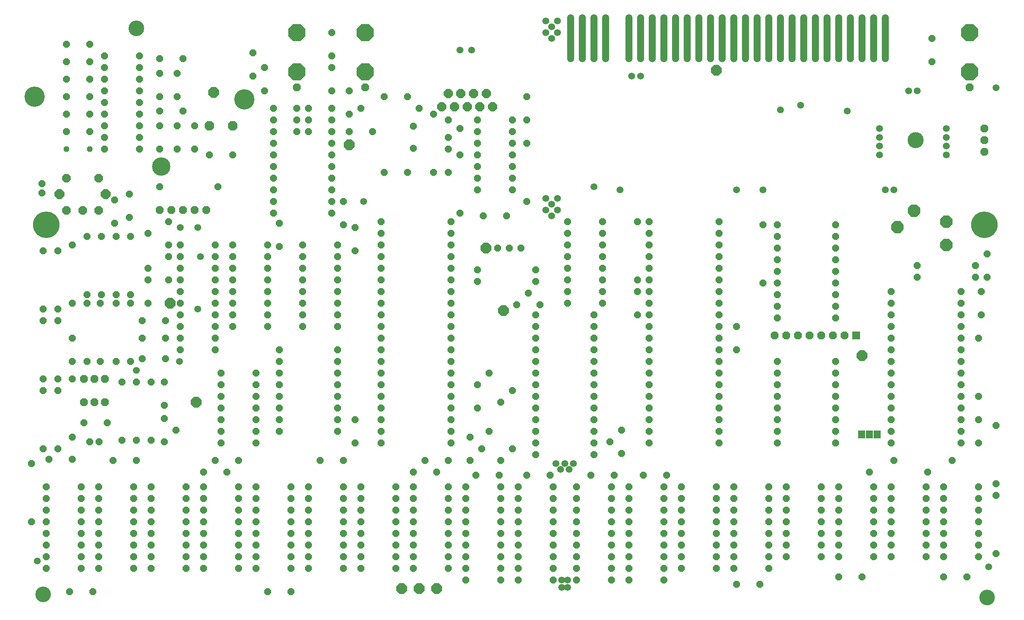
<source format=gts>
G75*
%MOIN*%
%OFA0B0*%
%FSLAX25Y25*%
%IPPOS*%
%LPD*%
%AMOC8*
5,1,8,0,0,1.08239X$1,22.5*
%
%ADD10C,0.13398*%
%ADD11C,0.22800*%
%ADD12C,0.05918*%
%ADD13OC8,0.10800*%
%ADD14OC8,0.06000*%
%ADD15C,0.02160*%
%ADD16OC8,0.08300*%
%ADD17OC8,0.04769*%
%ADD18OC8,0.06800*%
%ADD19C,0.13800*%
%ADD20OC8,0.07296*%
%ADD21OC8,0.08477*%
%ADD22OC8,0.07850*%
%ADD23OC8,0.06737*%
%ADD24R,0.06737X0.06737*%
%ADD25OC8,0.09300*%
%ADD26C,0.05220*%
%ADD27OC8,0.14643*%
%ADD28R,0.05918X0.06706*%
%ADD29C,0.05950*%
%ADD30C,0.17398*%
%ADD31C,0.13461*%
%ADD32C,0.15824*%
D10*
X0032600Y0027600D03*
X0842600Y0025100D03*
D11*
X0840100Y0345100D03*
X0035100Y0345100D03*
D12*
X0027600Y0056350D03*
X0850100Y0462600D03*
D13*
X0807600Y0347600D03*
X0807600Y0327600D03*
D14*
X0782600Y0310100D03*
X0782600Y0300100D03*
X0760100Y0287600D03*
X0760100Y0277600D03*
X0760100Y0267600D03*
X0760100Y0257600D03*
X0760100Y0247600D03*
X0760100Y0237600D03*
X0760100Y0227600D03*
X0760100Y0217600D03*
X0760100Y0207600D03*
X0760100Y0197600D03*
X0760100Y0187600D03*
X0760100Y0177600D03*
X0760100Y0167600D03*
X0760100Y0157600D03*
X0762600Y0142600D03*
X0741350Y0132600D03*
X0745100Y0120100D03*
X0745100Y0110100D03*
X0745100Y0100100D03*
X0745100Y0090100D03*
X0745100Y0080100D03*
X0745100Y0070100D03*
X0745100Y0060100D03*
X0760100Y0060100D03*
X0760100Y0070100D03*
X0760100Y0080100D03*
X0760100Y0090100D03*
X0760100Y0100100D03*
X0760100Y0110100D03*
X0760100Y0120100D03*
X0790100Y0120100D03*
X0790100Y0110100D03*
X0790100Y0100100D03*
X0790100Y0090100D03*
X0790100Y0080100D03*
X0790100Y0070100D03*
X0790100Y0060100D03*
X0805100Y0060100D03*
X0805100Y0070100D03*
X0805100Y0080100D03*
X0805100Y0090100D03*
X0805100Y0100100D03*
X0805100Y0110100D03*
X0805100Y0120100D03*
X0791350Y0132600D03*
X0812600Y0142600D03*
X0820100Y0157600D03*
X0820100Y0167600D03*
X0820100Y0177600D03*
X0820100Y0187600D03*
X0820100Y0197600D03*
X0820100Y0207600D03*
X0820100Y0217600D03*
X0820100Y0227600D03*
X0820100Y0237600D03*
X0820100Y0247600D03*
X0820100Y0257600D03*
X0820100Y0267600D03*
X0820100Y0277600D03*
X0820100Y0287600D03*
X0837600Y0287600D03*
X0832600Y0300100D03*
X0842600Y0300100D03*
X0832600Y0310100D03*
X0842600Y0320100D03*
X0837600Y0267600D03*
X0835100Y0247600D03*
X0835100Y0197600D03*
X0835100Y0177600D03*
X0850100Y0172600D03*
X0835100Y0157600D03*
X0835100Y0120100D03*
X0835100Y0110100D03*
X0835100Y0100100D03*
X0835100Y0090100D03*
X0835100Y0080100D03*
X0835100Y0070100D03*
X0835100Y0060100D03*
X0850100Y0062600D03*
X0825100Y0042600D03*
X0805100Y0042600D03*
X0735100Y0042600D03*
X0715100Y0042600D03*
X0715100Y0060100D03*
X0715100Y0070100D03*
X0700100Y0070100D03*
X0700100Y0060100D03*
X0700100Y0080100D03*
X0715100Y0080100D03*
X0715100Y0090100D03*
X0700100Y0090100D03*
X0700100Y0100100D03*
X0715100Y0100100D03*
X0715100Y0110100D03*
X0700100Y0110100D03*
X0700100Y0120100D03*
X0715100Y0120100D03*
X0670100Y0120100D03*
X0655100Y0120100D03*
X0655100Y0110100D03*
X0670100Y0110100D03*
X0670100Y0100100D03*
X0655100Y0100100D03*
X0655100Y0090100D03*
X0670100Y0090100D03*
X0670100Y0080100D03*
X0655100Y0080100D03*
X0655100Y0070100D03*
X0655100Y0060100D03*
X0670100Y0060100D03*
X0670100Y0070100D03*
X0655100Y0050100D03*
X0647600Y0036350D03*
X0627600Y0036350D03*
X0625100Y0050100D03*
X0625100Y0060100D03*
X0625100Y0070100D03*
X0625100Y0080100D03*
X0625100Y0090100D03*
X0625100Y0100100D03*
X0625100Y0110100D03*
X0625100Y0120100D03*
X0610100Y0120100D03*
X0610100Y0110100D03*
X0610100Y0100100D03*
X0610100Y0090100D03*
X0610100Y0080100D03*
X0610100Y0070100D03*
X0610100Y0060100D03*
X0610100Y0050100D03*
X0580100Y0050100D03*
X0580100Y0060100D03*
X0580100Y0070100D03*
X0580100Y0080100D03*
X0580100Y0090100D03*
X0580100Y0100100D03*
X0580100Y0110100D03*
X0580100Y0120100D03*
X0565100Y0120100D03*
X0565100Y0110100D03*
X0565100Y0100100D03*
X0565100Y0090100D03*
X0565100Y0080100D03*
X0565100Y0070100D03*
X0565100Y0060100D03*
X0565100Y0050100D03*
X0565100Y0040100D03*
X0535100Y0040100D03*
X0535100Y0050100D03*
X0535100Y0060100D03*
X0535100Y0070100D03*
X0535100Y0080100D03*
X0535100Y0090100D03*
X0535100Y0100100D03*
X0535100Y0110100D03*
X0535100Y0120100D03*
X0520100Y0120100D03*
X0520100Y0110100D03*
X0520100Y0100100D03*
X0520100Y0090100D03*
X0520100Y0080100D03*
X0520100Y0070100D03*
X0520100Y0060100D03*
X0520100Y0050100D03*
X0520100Y0040100D03*
X0490100Y0040100D03*
X0490100Y0050100D03*
X0490100Y0060100D03*
X0490100Y0070100D03*
X0490100Y0080100D03*
X0490100Y0090100D03*
X0490100Y0100100D03*
X0490100Y0110100D03*
X0490100Y0120100D03*
X0502600Y0130100D03*
X0522600Y0130100D03*
X0528850Y0148850D03*
X0518850Y0158850D03*
X0505100Y0157600D03*
X0505100Y0147600D03*
X0505100Y0167600D03*
X0505100Y0177600D03*
X0505100Y0187600D03*
X0505100Y0197600D03*
X0505100Y0207600D03*
X0505100Y0217600D03*
X0505100Y0227600D03*
X0505100Y0237600D03*
X0505100Y0247600D03*
X0505100Y0257600D03*
X0505100Y0267600D03*
X0512600Y0277600D03*
X0512600Y0287600D03*
X0512600Y0297600D03*
X0512600Y0307600D03*
X0512600Y0317600D03*
X0512600Y0327600D03*
X0512600Y0337600D03*
X0512600Y0347600D03*
X0482600Y0347600D03*
X0482600Y0337600D03*
X0482600Y0327600D03*
X0482600Y0317600D03*
X0482600Y0307600D03*
X0482600Y0297600D03*
X0482600Y0287600D03*
X0482600Y0277600D03*
X0458850Y0276350D03*
X0448850Y0286350D03*
X0438850Y0276350D03*
X0455100Y0267600D03*
X0455100Y0257600D03*
X0455100Y0247600D03*
X0455100Y0237600D03*
X0455100Y0227600D03*
X0455100Y0217600D03*
X0455100Y0207600D03*
X0455100Y0197600D03*
X0455100Y0187600D03*
X0455100Y0177600D03*
X0455100Y0167600D03*
X0455100Y0157600D03*
X0455100Y0147600D03*
X0447600Y0130100D03*
X0440100Y0120100D03*
X0440100Y0110100D03*
X0440100Y0100100D03*
X0440100Y0090100D03*
X0440100Y0080100D03*
X0440100Y0070100D03*
X0440100Y0060100D03*
X0440100Y0050100D03*
X0440100Y0040100D03*
X0425100Y0040100D03*
X0425100Y0050100D03*
X0425100Y0060100D03*
X0425100Y0070100D03*
X0425100Y0080100D03*
X0425100Y0090100D03*
X0425100Y0100100D03*
X0425100Y0110100D03*
X0425100Y0120100D03*
X0423850Y0130100D03*
X0425100Y0142600D03*
X0435100Y0152600D03*
X0415100Y0167600D03*
X0398850Y0162600D03*
X0408850Y0152600D03*
X0398850Y0142600D03*
X0403850Y0130100D03*
X0395100Y0120100D03*
X0395100Y0110100D03*
X0395100Y0100100D03*
X0395100Y0090100D03*
X0395100Y0080100D03*
X0395100Y0070100D03*
X0395100Y0060100D03*
X0395100Y0050100D03*
X0395100Y0040100D03*
X0380100Y0050100D03*
X0380100Y0060100D03*
X0380100Y0070100D03*
X0380100Y0080100D03*
X0380100Y0090100D03*
X0380100Y0100100D03*
X0380100Y0110100D03*
X0380100Y0120100D03*
X0370100Y0132600D03*
X0360100Y0142600D03*
X0350100Y0132600D03*
X0350100Y0120100D03*
X0350100Y0110100D03*
X0350100Y0100100D03*
X0350100Y0090100D03*
X0350100Y0080100D03*
X0350100Y0070100D03*
X0350100Y0060100D03*
X0350100Y0050100D03*
X0335100Y0050100D03*
X0335100Y0060100D03*
X0335100Y0070100D03*
X0335100Y0080100D03*
X0335100Y0090100D03*
X0335100Y0100100D03*
X0335100Y0110100D03*
X0335100Y0120100D03*
X0305100Y0120100D03*
X0290100Y0120100D03*
X0290100Y0110100D03*
X0305100Y0110100D03*
X0305100Y0100100D03*
X0290100Y0100100D03*
X0290100Y0090100D03*
X0305100Y0090100D03*
X0305100Y0080100D03*
X0290100Y0080100D03*
X0290100Y0070100D03*
X0290100Y0060100D03*
X0305100Y0060100D03*
X0305100Y0070100D03*
X0305100Y0050100D03*
X0290100Y0050100D03*
X0260100Y0050100D03*
X0245100Y0050100D03*
X0245100Y0060100D03*
X0245100Y0070100D03*
X0260100Y0070100D03*
X0260100Y0060100D03*
X0260100Y0080100D03*
X0245100Y0080100D03*
X0245100Y0090100D03*
X0260100Y0090100D03*
X0260100Y0100100D03*
X0245100Y0100100D03*
X0245100Y0110100D03*
X0260100Y0110100D03*
X0260100Y0120100D03*
X0245100Y0120100D03*
X0215100Y0120100D03*
X0215100Y0110100D03*
X0215100Y0100100D03*
X0215100Y0090100D03*
X0215100Y0080100D03*
X0215100Y0070100D03*
X0215100Y0060100D03*
X0215100Y0050100D03*
X0200100Y0050100D03*
X0200100Y0060100D03*
X0200100Y0070100D03*
X0200100Y0080100D03*
X0200100Y0090100D03*
X0200100Y0100100D03*
X0200100Y0110100D03*
X0200100Y0120100D03*
X0190100Y0132600D03*
X0180100Y0142600D03*
X0170100Y0132600D03*
X0170100Y0120100D03*
X0170100Y0110100D03*
X0170100Y0100100D03*
X0170100Y0090100D03*
X0170100Y0080100D03*
X0170100Y0070100D03*
X0170100Y0060100D03*
X0170100Y0050100D03*
X0155100Y0050100D03*
X0155100Y0060100D03*
X0155100Y0070100D03*
X0155100Y0080100D03*
X0155100Y0090100D03*
X0155100Y0100100D03*
X0155100Y0110100D03*
X0155100Y0120100D03*
X0125100Y0120100D03*
X0125100Y0110100D03*
X0125100Y0100100D03*
X0125100Y0090100D03*
X0125100Y0080100D03*
X0125100Y0070100D03*
X0125100Y0060100D03*
X0125100Y0050100D03*
X0110100Y0050100D03*
X0110100Y0060100D03*
X0110100Y0070100D03*
X0110100Y0080100D03*
X0110100Y0090100D03*
X0110100Y0100100D03*
X0110100Y0110100D03*
X0110100Y0120100D03*
X0080100Y0120100D03*
X0080100Y0110100D03*
X0080100Y0100100D03*
X0080100Y0090100D03*
X0080100Y0080100D03*
X0080100Y0070100D03*
X0080100Y0060100D03*
X0080100Y0050100D03*
X0065100Y0050100D03*
X0065100Y0060100D03*
X0065100Y0070100D03*
X0065100Y0080100D03*
X0065100Y0090100D03*
X0065100Y0100100D03*
X0065100Y0110100D03*
X0065100Y0120100D03*
X0035100Y0120100D03*
X0035100Y0110100D03*
X0035100Y0100100D03*
X0035100Y0090100D03*
X0035100Y0080100D03*
X0035100Y0070100D03*
X0035100Y0060100D03*
X0035100Y0050100D03*
X0055100Y0030100D03*
X0075100Y0030100D03*
X0022600Y0090100D03*
X0022600Y0140100D03*
X0037600Y0143850D03*
X0032600Y0152600D03*
X0045100Y0152600D03*
X0057600Y0143850D03*
X0072350Y0158850D03*
X0080350Y0158850D03*
X0100100Y0160100D03*
X0112600Y0160100D03*
X0125100Y0160100D03*
X0136350Y0158850D03*
X0146350Y0168850D03*
X0136350Y0178850D03*
X0136350Y0190100D03*
X0136350Y0210100D03*
X0125100Y0210100D03*
X0112600Y0210100D03*
X0100100Y0210100D03*
X0095100Y0227600D03*
X0081350Y0227600D03*
X0070100Y0227600D03*
X0057600Y0227600D03*
X0057600Y0212600D03*
X0045100Y0212600D03*
X0045100Y0202600D03*
X0032600Y0202600D03*
X0032600Y0212600D03*
X0057600Y0247600D03*
X0045100Y0262600D03*
X0045100Y0272600D03*
X0057600Y0277600D03*
X0070100Y0277600D03*
X0070100Y0285100D03*
X0082600Y0285100D03*
X0081350Y0277600D03*
X0095100Y0277600D03*
X0095100Y0285100D03*
X0107600Y0285100D03*
X0107600Y0277600D03*
X0122600Y0277600D03*
X0117600Y0262600D03*
X0137600Y0262600D03*
X0150100Y0257600D03*
X0150100Y0247600D03*
X0150100Y0237600D03*
X0137600Y0230100D03*
X0117600Y0230100D03*
X0107600Y0227600D03*
X0117600Y0247600D03*
X0137600Y0247600D03*
X0150100Y0267600D03*
X0150100Y0277600D03*
X0150100Y0287600D03*
X0150100Y0297600D03*
X0150100Y0307600D03*
X0140100Y0297600D03*
X0122600Y0297600D03*
X0122600Y0307600D03*
X0140100Y0317600D03*
X0150100Y0317600D03*
X0150100Y0327600D03*
X0140100Y0327600D03*
X0122600Y0337600D03*
X0107600Y0335100D03*
X0095100Y0335100D03*
X0082600Y0335100D03*
X0070100Y0335100D03*
X0057600Y0327600D03*
X0045100Y0322600D03*
X0032600Y0322600D03*
X0093850Y0346350D03*
X0106350Y0351350D03*
X0093850Y0366350D03*
X0106350Y0371350D03*
X0132600Y0377600D03*
X0140100Y0347600D03*
X0180100Y0327600D03*
X0180100Y0317600D03*
X0180100Y0307600D03*
X0180100Y0297600D03*
X0180100Y0287600D03*
X0180100Y0277600D03*
X0180100Y0267600D03*
X0180100Y0257600D03*
X0180100Y0247600D03*
X0180100Y0237600D03*
X0185100Y0217600D03*
X0185100Y0207600D03*
X0185100Y0197600D03*
X0185100Y0187600D03*
X0185100Y0177600D03*
X0185100Y0167600D03*
X0185100Y0157600D03*
X0200100Y0142600D03*
X0215100Y0157600D03*
X0215100Y0167600D03*
X0215100Y0177600D03*
X0215100Y0187600D03*
X0215100Y0197600D03*
X0215100Y0207600D03*
X0215100Y0217600D03*
X0235100Y0217600D03*
X0235100Y0207600D03*
X0235100Y0197600D03*
X0235100Y0187600D03*
X0235100Y0177600D03*
X0235100Y0167600D03*
X0270100Y0142600D03*
X0290100Y0142600D03*
X0300100Y0157600D03*
X0285100Y0167600D03*
X0285100Y0177600D03*
X0285100Y0187600D03*
X0285100Y0197600D03*
X0285100Y0207600D03*
X0285100Y0217600D03*
X0285100Y0227600D03*
X0285100Y0237600D03*
X0285100Y0257600D03*
X0285100Y0267600D03*
X0285100Y0277600D03*
X0285100Y0287600D03*
X0285100Y0297600D03*
X0285100Y0307600D03*
X0285100Y0317600D03*
X0285100Y0327600D03*
X0300100Y0322600D03*
X0322600Y0317600D03*
X0322600Y0307600D03*
X0322600Y0297600D03*
X0322600Y0287600D03*
X0322600Y0277600D03*
X0322600Y0267600D03*
X0322600Y0257600D03*
X0322600Y0247600D03*
X0322600Y0237600D03*
X0322600Y0227600D03*
X0322600Y0217600D03*
X0322600Y0207600D03*
X0322600Y0197600D03*
X0322600Y0187600D03*
X0322600Y0177600D03*
X0322600Y0167600D03*
X0322600Y0157600D03*
X0300100Y0177600D03*
X0382600Y0177600D03*
X0382600Y0167600D03*
X0382600Y0157600D03*
X0380100Y0142600D03*
X0382600Y0187600D03*
X0382600Y0197600D03*
X0382600Y0207600D03*
X0382600Y0217600D03*
X0382600Y0227600D03*
X0382600Y0237600D03*
X0382600Y0247600D03*
X0382600Y0257600D03*
X0382600Y0267600D03*
X0382600Y0277600D03*
X0382600Y0287600D03*
X0382600Y0297600D03*
X0382600Y0307600D03*
X0382600Y0317600D03*
X0382600Y0327600D03*
X0382600Y0337600D03*
X0382600Y0347600D03*
X0390100Y0355100D03*
X0410100Y0352600D03*
X0430100Y0352600D03*
X0447600Y0365100D03*
X0435100Y0375100D03*
X0435100Y0385100D03*
X0435100Y0395100D03*
X0435100Y0405100D03*
X0435100Y0415100D03*
X0435100Y0425100D03*
X0435100Y0435100D03*
X0447600Y0435100D03*
X0447600Y0415100D03*
X0405100Y0415100D03*
X0405100Y0405100D03*
X0405100Y0395100D03*
X0405100Y0385100D03*
X0405100Y0375100D03*
X0380100Y0390100D03*
X0367600Y0390100D03*
X0390100Y0405100D03*
X0380100Y0410100D03*
X0380100Y0420100D03*
X0390100Y0427600D03*
X0380100Y0435100D03*
X0367600Y0440100D03*
X0355100Y0445100D03*
X0345100Y0455100D03*
X0325100Y0455100D03*
X0305100Y0445100D03*
X0295100Y0440100D03*
X0280100Y0435100D03*
X0280100Y0425100D03*
X0295100Y0425100D03*
X0280100Y0415100D03*
X0280100Y0405100D03*
X0280100Y0395100D03*
X0280100Y0385100D03*
X0280100Y0375100D03*
X0280100Y0365100D03*
X0290100Y0365100D03*
X0280100Y0355100D03*
X0290100Y0345100D03*
X0300100Y0342600D03*
X0322600Y0337600D03*
X0322600Y0327600D03*
X0322600Y0347600D03*
X0255100Y0327600D03*
X0255100Y0317600D03*
X0255100Y0307600D03*
X0255100Y0297600D03*
X0255100Y0287600D03*
X0255100Y0277600D03*
X0255100Y0267600D03*
X0255100Y0257600D03*
X0235100Y0237600D03*
X0235100Y0227600D03*
X0225100Y0257600D03*
X0225100Y0267600D03*
X0225100Y0277600D03*
X0225100Y0287600D03*
X0225100Y0297600D03*
X0225100Y0307600D03*
X0225100Y0317600D03*
X0225100Y0327600D03*
X0235100Y0326350D03*
X0235100Y0346350D03*
X0230100Y0355100D03*
X0230100Y0365100D03*
X0230100Y0375100D03*
X0230100Y0385100D03*
X0230100Y0395100D03*
X0230100Y0405100D03*
X0230100Y0415100D03*
X0230100Y0425100D03*
X0230100Y0435100D03*
X0230100Y0445100D03*
X0250100Y0445100D03*
X0260100Y0445100D03*
X0260100Y0435100D03*
X0250100Y0435100D03*
X0250100Y0425100D03*
X0260100Y0425100D03*
X0280100Y0445100D03*
X0280100Y0460100D03*
X0295100Y0460100D03*
X0280100Y0480100D03*
X0280100Y0490100D03*
X0280100Y0510100D03*
X0222600Y0480100D03*
X0212600Y0472600D03*
X0222600Y0460100D03*
X0212600Y0492600D03*
X0152600Y0487600D03*
X0132600Y0487600D03*
X0115100Y0490100D03*
X0115100Y0480100D03*
X0115100Y0470100D03*
X0115100Y0460100D03*
X0115100Y0450100D03*
X0115100Y0440100D03*
X0115100Y0430100D03*
X0115100Y0420100D03*
X0115100Y0410100D03*
X0132600Y0410100D03*
X0147600Y0410100D03*
X0162600Y0410100D03*
X0175100Y0405100D03*
X0195100Y0405100D03*
X0182600Y0377600D03*
X0195100Y0327600D03*
X0195100Y0317600D03*
X0195100Y0307600D03*
X0195100Y0297600D03*
X0195100Y0287600D03*
X0195100Y0277600D03*
X0195100Y0267600D03*
X0195100Y0257600D03*
X0087600Y0175100D03*
X0067600Y0175100D03*
X0057600Y0162600D03*
X0092600Y0142600D03*
X0112600Y0142600D03*
X0225100Y0030100D03*
X0245100Y0030100D03*
X0470100Y0040100D03*
X0470100Y0050100D03*
X0470100Y0060100D03*
X0470100Y0070100D03*
X0470100Y0080100D03*
X0470100Y0090100D03*
X0470100Y0100100D03*
X0470100Y0110100D03*
X0470100Y0120100D03*
X0467600Y0130100D03*
X0528850Y0168850D03*
X0552600Y0167600D03*
X0552600Y0177600D03*
X0552600Y0187600D03*
X0552600Y0197600D03*
X0552600Y0207600D03*
X0552600Y0217600D03*
X0552600Y0227600D03*
X0552600Y0237600D03*
X0552600Y0247600D03*
X0552600Y0257600D03*
X0552600Y0267600D03*
X0542600Y0267600D03*
X0552600Y0277600D03*
X0552600Y0287600D03*
X0542600Y0287600D03*
X0542600Y0297600D03*
X0552600Y0297600D03*
X0552600Y0307600D03*
X0552600Y0317600D03*
X0552600Y0327600D03*
X0552600Y0337600D03*
X0552600Y0347600D03*
X0542600Y0347600D03*
X0612600Y0347600D03*
X0612600Y0337600D03*
X0612600Y0327600D03*
X0612600Y0317600D03*
X0612600Y0307600D03*
X0612600Y0297600D03*
X0612600Y0287600D03*
X0612600Y0277600D03*
X0612600Y0267600D03*
X0612600Y0257600D03*
X0627600Y0257600D03*
X0612600Y0247600D03*
X0612600Y0237600D03*
X0612600Y0227600D03*
X0627600Y0237600D03*
X0612600Y0217600D03*
X0612600Y0207600D03*
X0612600Y0197600D03*
X0612600Y0187600D03*
X0612600Y0177600D03*
X0612600Y0167600D03*
X0612600Y0157600D03*
X0662600Y0157600D03*
X0662600Y0167600D03*
X0662600Y0177600D03*
X0662600Y0187600D03*
X0662600Y0197600D03*
X0662600Y0207600D03*
X0662600Y0217600D03*
X0662600Y0227600D03*
X0712600Y0227600D03*
X0712600Y0217600D03*
X0712600Y0207600D03*
X0712600Y0197600D03*
X0712600Y0187600D03*
X0712600Y0177600D03*
X0712600Y0167600D03*
X0712600Y0157600D03*
X0850100Y0122600D03*
X0850100Y0112600D03*
X0712600Y0265100D03*
X0712600Y0275100D03*
X0712600Y0285100D03*
X0712600Y0295100D03*
X0712600Y0305100D03*
X0712600Y0315100D03*
X0712600Y0325100D03*
X0712600Y0335100D03*
X0712600Y0345100D03*
X0662600Y0345100D03*
X0650100Y0345100D03*
X0662600Y0335100D03*
X0662600Y0325100D03*
X0662600Y0315100D03*
X0662600Y0305100D03*
X0662600Y0295100D03*
X0650100Y0295100D03*
X0662600Y0285100D03*
X0662600Y0275100D03*
X0662600Y0265100D03*
X0552600Y0157600D03*
X0547600Y0130100D03*
X0567600Y0130100D03*
X0435100Y0202600D03*
X0425100Y0192600D03*
X0405100Y0187600D03*
X0405100Y0207600D03*
X0415100Y0217600D03*
X0405100Y0296350D03*
X0405100Y0306350D03*
X0422600Y0325100D03*
X0432600Y0325100D03*
X0442600Y0325100D03*
X0455100Y0306350D03*
X0455100Y0296350D03*
X0345100Y0390100D03*
X0325100Y0390100D03*
X0350100Y0410600D03*
X0350100Y0429600D03*
X0315100Y0425100D03*
X0405100Y0425100D03*
X0405100Y0435100D03*
X0447600Y0455100D03*
X0162600Y0430100D03*
X0147600Y0430100D03*
X0132600Y0430100D03*
X0132600Y0442600D03*
X0152600Y0442600D03*
X0147600Y0455100D03*
X0132600Y0455100D03*
X0132600Y0475100D03*
X0147600Y0475100D03*
X0085100Y0470100D03*
X0085100Y0460100D03*
X0072600Y0455100D03*
X0085100Y0450100D03*
X0085100Y0440100D03*
X0072600Y0440100D03*
X0085100Y0430100D03*
X0072600Y0425100D03*
X0085100Y0420100D03*
X0085100Y0410100D03*
X0052600Y0425100D03*
X0052600Y0440100D03*
X0052600Y0455100D03*
X0052600Y0470100D03*
X0072600Y0470100D03*
X0085100Y0480100D03*
X0072600Y0485100D03*
X0085100Y0490100D03*
X0072600Y0500100D03*
X0052600Y0500100D03*
X0052600Y0485100D03*
X0031350Y0380350D03*
X0031350Y0372350D03*
X0032600Y0272600D03*
X0032600Y0262600D03*
X0795100Y0485100D03*
X0795100Y0505100D03*
D15*
X0776432Y0356462D02*
X0775352Y0355382D01*
X0775352Y0358960D01*
X0777882Y0361490D01*
X0781460Y0361490D01*
X0783990Y0358960D01*
X0783990Y0355382D01*
X0781460Y0352852D01*
X0777882Y0352852D01*
X0775352Y0355382D01*
X0776972Y0356053D01*
X0776972Y0358289D01*
X0778553Y0359870D01*
X0780789Y0359870D01*
X0782370Y0358289D01*
X0782370Y0356053D01*
X0780789Y0354472D01*
X0778553Y0354472D01*
X0776972Y0356053D01*
X0778592Y0356724D01*
X0778592Y0357618D01*
X0779224Y0358250D01*
X0780118Y0358250D01*
X0780750Y0357618D01*
X0780750Y0356724D01*
X0780118Y0356092D01*
X0779224Y0356092D01*
X0778592Y0356724D01*
X0762290Y0342320D02*
X0761210Y0341240D01*
X0761210Y0344818D01*
X0763740Y0347348D01*
X0767318Y0347348D01*
X0769848Y0344818D01*
X0769848Y0341240D01*
X0767318Y0338710D01*
X0763740Y0338710D01*
X0761210Y0341240D01*
X0762830Y0341911D01*
X0762830Y0344147D01*
X0764411Y0345728D01*
X0766647Y0345728D01*
X0768228Y0344147D01*
X0768228Y0341911D01*
X0766647Y0340330D01*
X0764411Y0340330D01*
X0762830Y0341911D01*
X0764450Y0342582D01*
X0764450Y0343476D01*
X0765082Y0344108D01*
X0765976Y0344108D01*
X0766608Y0343476D01*
X0766608Y0342582D01*
X0765976Y0341950D01*
X0765082Y0341950D01*
X0764450Y0342582D01*
D16*
X0195100Y0430100D03*
X0175100Y0430100D03*
D17*
X0072600Y0410100D03*
X0052600Y0410100D03*
D18*
X0067350Y0212600D03*
X0076350Y0212600D03*
X0085350Y0212600D03*
X0085350Y0192600D03*
X0076350Y0192600D03*
X0067350Y0192600D03*
X0840100Y0407600D03*
X0840100Y0417600D03*
X0840100Y0427600D03*
D19*
X0781100Y0417600D03*
D20*
X0080208Y0385208D03*
X0052492Y0385208D03*
X0052492Y0357492D03*
X0066350Y0357492D03*
X0080208Y0357492D03*
D21*
X0086114Y0371350D03*
X0046586Y0371350D03*
D22*
X0374550Y0446359D03*
X0385450Y0446359D03*
X0396350Y0446359D03*
X0407250Y0446359D03*
X0418150Y0446359D03*
X0412700Y0457555D03*
X0401800Y0457555D03*
X0390900Y0457555D03*
X0380000Y0457555D03*
D23*
X0308850Y0462915D03*
X0250100Y0462915D03*
X0172600Y0357600D03*
X0162600Y0357600D03*
X0152600Y0357600D03*
X0142600Y0357600D03*
X0132600Y0357600D03*
X0660100Y0250100D03*
X0670100Y0250100D03*
X0680100Y0250100D03*
X0690100Y0250100D03*
X0700100Y0250100D03*
X0710100Y0250100D03*
X0720100Y0250100D03*
X0827600Y0462915D03*
D24*
X0730100Y0250100D03*
D25*
X0735100Y0232600D03*
X0427600Y0271350D03*
X0412600Y0325100D03*
X0295100Y0413850D03*
X0178850Y0458850D03*
X0141350Y0277600D03*
X0163850Y0192600D03*
X0340100Y0032600D03*
X0355100Y0032600D03*
X0370100Y0032600D03*
X0610100Y0477600D03*
D26*
X0605390Y0487310D02*
X0605390Y0522890D01*
X0605390Y0487310D02*
X0604810Y0487310D01*
X0604810Y0522890D01*
X0605390Y0522890D01*
X0605390Y0492529D02*
X0604810Y0492529D01*
X0604810Y0497748D02*
X0605390Y0497748D01*
X0605390Y0502967D02*
X0604810Y0502967D01*
X0604810Y0508186D02*
X0605390Y0508186D01*
X0605390Y0513405D02*
X0604810Y0513405D01*
X0604810Y0518624D02*
X0605390Y0518624D01*
X0615390Y0522890D02*
X0615390Y0487310D01*
X0614810Y0487310D01*
X0614810Y0522890D01*
X0615390Y0522890D01*
X0615390Y0492529D02*
X0614810Y0492529D01*
X0614810Y0497748D02*
X0615390Y0497748D01*
X0615390Y0502967D02*
X0614810Y0502967D01*
X0614810Y0508186D02*
X0615390Y0508186D01*
X0615390Y0513405D02*
X0614810Y0513405D01*
X0614810Y0518624D02*
X0615390Y0518624D01*
X0625390Y0522890D02*
X0625390Y0487310D01*
X0624810Y0487310D01*
X0624810Y0522890D01*
X0625390Y0522890D01*
X0625390Y0492529D02*
X0624810Y0492529D01*
X0624810Y0497748D02*
X0625390Y0497748D01*
X0625390Y0502967D02*
X0624810Y0502967D01*
X0624810Y0508186D02*
X0625390Y0508186D01*
X0625390Y0513405D02*
X0624810Y0513405D01*
X0624810Y0518624D02*
X0625390Y0518624D01*
X0635390Y0522890D02*
X0635390Y0487310D01*
X0634810Y0487310D01*
X0634810Y0522890D01*
X0635390Y0522890D01*
X0635390Y0492529D02*
X0634810Y0492529D01*
X0634810Y0497748D02*
X0635390Y0497748D01*
X0635390Y0502967D02*
X0634810Y0502967D01*
X0634810Y0508186D02*
X0635390Y0508186D01*
X0635390Y0513405D02*
X0634810Y0513405D01*
X0634810Y0518624D02*
X0635390Y0518624D01*
X0645390Y0522890D02*
X0645390Y0487310D01*
X0644810Y0487310D01*
X0644810Y0522890D01*
X0645390Y0522890D01*
X0645390Y0492529D02*
X0644810Y0492529D01*
X0644810Y0497748D02*
X0645390Y0497748D01*
X0645390Y0502967D02*
X0644810Y0502967D01*
X0644810Y0508186D02*
X0645390Y0508186D01*
X0645390Y0513405D02*
X0644810Y0513405D01*
X0644810Y0518624D02*
X0645390Y0518624D01*
X0655390Y0522890D02*
X0655390Y0487310D01*
X0654810Y0487310D01*
X0654810Y0522890D01*
X0655390Y0522890D01*
X0655390Y0492529D02*
X0654810Y0492529D01*
X0654810Y0497748D02*
X0655390Y0497748D01*
X0655390Y0502967D02*
X0654810Y0502967D01*
X0654810Y0508186D02*
X0655390Y0508186D01*
X0655390Y0513405D02*
X0654810Y0513405D01*
X0654810Y0518624D02*
X0655390Y0518624D01*
X0665390Y0522890D02*
X0665390Y0487310D01*
X0664810Y0487310D01*
X0664810Y0522890D01*
X0665390Y0522890D01*
X0665390Y0492529D02*
X0664810Y0492529D01*
X0664810Y0497748D02*
X0665390Y0497748D01*
X0665390Y0502967D02*
X0664810Y0502967D01*
X0664810Y0508186D02*
X0665390Y0508186D01*
X0665390Y0513405D02*
X0664810Y0513405D01*
X0664810Y0518624D02*
X0665390Y0518624D01*
X0675390Y0522890D02*
X0675390Y0487310D01*
X0674810Y0487310D01*
X0674810Y0522890D01*
X0675390Y0522890D01*
X0675390Y0492529D02*
X0674810Y0492529D01*
X0674810Y0497748D02*
X0675390Y0497748D01*
X0675390Y0502967D02*
X0674810Y0502967D01*
X0674810Y0508186D02*
X0675390Y0508186D01*
X0675390Y0513405D02*
X0674810Y0513405D01*
X0674810Y0518624D02*
X0675390Y0518624D01*
X0685390Y0522890D02*
X0685390Y0487310D01*
X0684810Y0487310D01*
X0684810Y0522890D01*
X0685390Y0522890D01*
X0685390Y0492529D02*
X0684810Y0492529D01*
X0684810Y0497748D02*
X0685390Y0497748D01*
X0685390Y0502967D02*
X0684810Y0502967D01*
X0684810Y0508186D02*
X0685390Y0508186D01*
X0685390Y0513405D02*
X0684810Y0513405D01*
X0684810Y0518624D02*
X0685390Y0518624D01*
X0695390Y0522890D02*
X0695390Y0487310D01*
X0694810Y0487310D01*
X0694810Y0522890D01*
X0695390Y0522890D01*
X0695390Y0492529D02*
X0694810Y0492529D01*
X0694810Y0497748D02*
X0695390Y0497748D01*
X0695390Y0502967D02*
X0694810Y0502967D01*
X0694810Y0508186D02*
X0695390Y0508186D01*
X0695390Y0513405D02*
X0694810Y0513405D01*
X0694810Y0518624D02*
X0695390Y0518624D01*
X0705390Y0522890D02*
X0705390Y0487310D01*
X0704810Y0487310D01*
X0704810Y0522890D01*
X0705390Y0522890D01*
X0705390Y0492529D02*
X0704810Y0492529D01*
X0704810Y0497748D02*
X0705390Y0497748D01*
X0705390Y0502967D02*
X0704810Y0502967D01*
X0704810Y0508186D02*
X0705390Y0508186D01*
X0705390Y0513405D02*
X0704810Y0513405D01*
X0704810Y0518624D02*
X0705390Y0518624D01*
X0715390Y0522890D02*
X0715390Y0487310D01*
X0714810Y0487310D01*
X0714810Y0522890D01*
X0715390Y0522890D01*
X0715390Y0492529D02*
X0714810Y0492529D01*
X0714810Y0497748D02*
X0715390Y0497748D01*
X0715390Y0502967D02*
X0714810Y0502967D01*
X0714810Y0508186D02*
X0715390Y0508186D01*
X0715390Y0513405D02*
X0714810Y0513405D01*
X0714810Y0518624D02*
X0715390Y0518624D01*
X0725390Y0522890D02*
X0725390Y0487310D01*
X0724810Y0487310D01*
X0724810Y0522890D01*
X0725390Y0522890D01*
X0725390Y0492529D02*
X0724810Y0492529D01*
X0724810Y0497748D02*
X0725390Y0497748D01*
X0725390Y0502967D02*
X0724810Y0502967D01*
X0724810Y0508186D02*
X0725390Y0508186D01*
X0725390Y0513405D02*
X0724810Y0513405D01*
X0724810Y0518624D02*
X0725390Y0518624D01*
X0735390Y0522890D02*
X0735390Y0487310D01*
X0734810Y0487310D01*
X0734810Y0522890D01*
X0735390Y0522890D01*
X0735390Y0492529D02*
X0734810Y0492529D01*
X0734810Y0497748D02*
X0735390Y0497748D01*
X0735390Y0502967D02*
X0734810Y0502967D01*
X0734810Y0508186D02*
X0735390Y0508186D01*
X0735390Y0513405D02*
X0734810Y0513405D01*
X0734810Y0518624D02*
X0735390Y0518624D01*
X0745390Y0522890D02*
X0745390Y0487310D01*
X0744810Y0487310D01*
X0744810Y0522890D01*
X0745390Y0522890D01*
X0745390Y0492529D02*
X0744810Y0492529D01*
X0744810Y0497748D02*
X0745390Y0497748D01*
X0745390Y0502967D02*
X0744810Y0502967D01*
X0744810Y0508186D02*
X0745390Y0508186D01*
X0745390Y0513405D02*
X0744810Y0513405D01*
X0744810Y0518624D02*
X0745390Y0518624D01*
X0755390Y0522890D02*
X0755390Y0487310D01*
X0754810Y0487310D01*
X0754810Y0522890D01*
X0755390Y0522890D01*
X0755390Y0492529D02*
X0754810Y0492529D01*
X0754810Y0497748D02*
X0755390Y0497748D01*
X0755390Y0502967D02*
X0754810Y0502967D01*
X0754810Y0508186D02*
X0755390Y0508186D01*
X0755390Y0513405D02*
X0754810Y0513405D01*
X0754810Y0518624D02*
X0755390Y0518624D01*
X0595390Y0522890D02*
X0595390Y0487310D01*
X0594810Y0487310D01*
X0594810Y0522890D01*
X0595390Y0522890D01*
X0595390Y0492529D02*
X0594810Y0492529D01*
X0594810Y0497748D02*
X0595390Y0497748D01*
X0595390Y0502967D02*
X0594810Y0502967D01*
X0594810Y0508186D02*
X0595390Y0508186D01*
X0595390Y0513405D02*
X0594810Y0513405D01*
X0594810Y0518624D02*
X0595390Y0518624D01*
X0585390Y0522890D02*
X0585390Y0487310D01*
X0584810Y0487310D01*
X0584810Y0522890D01*
X0585390Y0522890D01*
X0585390Y0492529D02*
X0584810Y0492529D01*
X0584810Y0497748D02*
X0585390Y0497748D01*
X0585390Y0502967D02*
X0584810Y0502967D01*
X0584810Y0508186D02*
X0585390Y0508186D01*
X0585390Y0513405D02*
X0584810Y0513405D01*
X0584810Y0518624D02*
X0585390Y0518624D01*
X0575390Y0522890D02*
X0575390Y0487310D01*
X0574810Y0487310D01*
X0574810Y0522890D01*
X0575390Y0522890D01*
X0575390Y0492529D02*
X0574810Y0492529D01*
X0574810Y0497748D02*
X0575390Y0497748D01*
X0575390Y0502967D02*
X0574810Y0502967D01*
X0574810Y0508186D02*
X0575390Y0508186D01*
X0575390Y0513405D02*
X0574810Y0513405D01*
X0574810Y0518624D02*
X0575390Y0518624D01*
X0565390Y0522890D02*
X0565390Y0487310D01*
X0564810Y0487310D01*
X0564810Y0522890D01*
X0565390Y0522890D01*
X0565390Y0492529D02*
X0564810Y0492529D01*
X0564810Y0497748D02*
X0565390Y0497748D01*
X0565390Y0502967D02*
X0564810Y0502967D01*
X0564810Y0508186D02*
X0565390Y0508186D01*
X0565390Y0513405D02*
X0564810Y0513405D01*
X0564810Y0518624D02*
X0565390Y0518624D01*
X0555390Y0522890D02*
X0555390Y0487310D01*
X0554810Y0487310D01*
X0554810Y0522890D01*
X0555390Y0522890D01*
X0555390Y0492529D02*
X0554810Y0492529D01*
X0554810Y0497748D02*
X0555390Y0497748D01*
X0555390Y0502967D02*
X0554810Y0502967D01*
X0554810Y0508186D02*
X0555390Y0508186D01*
X0555390Y0513405D02*
X0554810Y0513405D01*
X0554810Y0518624D02*
X0555390Y0518624D01*
X0545390Y0522890D02*
X0545390Y0487310D01*
X0544810Y0487310D01*
X0544810Y0522890D01*
X0545390Y0522890D01*
X0545390Y0492529D02*
X0544810Y0492529D01*
X0544810Y0497748D02*
X0545390Y0497748D01*
X0545390Y0502967D02*
X0544810Y0502967D01*
X0544810Y0508186D02*
X0545390Y0508186D01*
X0545390Y0513405D02*
X0544810Y0513405D01*
X0544810Y0518624D02*
X0545390Y0518624D01*
X0535390Y0522890D02*
X0535390Y0487310D01*
X0534810Y0487310D01*
X0534810Y0522890D01*
X0535390Y0522890D01*
X0535390Y0492529D02*
X0534810Y0492529D01*
X0534810Y0497748D02*
X0535390Y0497748D01*
X0535390Y0502967D02*
X0534810Y0502967D01*
X0534810Y0508186D02*
X0535390Y0508186D01*
X0535390Y0513405D02*
X0534810Y0513405D01*
X0534810Y0518624D02*
X0535390Y0518624D01*
X0515390Y0522890D02*
X0515390Y0487310D01*
X0514810Y0487310D01*
X0514810Y0522890D01*
X0515390Y0522890D01*
X0515390Y0492529D02*
X0514810Y0492529D01*
X0514810Y0497748D02*
X0515390Y0497748D01*
X0515390Y0502967D02*
X0514810Y0502967D01*
X0514810Y0508186D02*
X0515390Y0508186D01*
X0515390Y0513405D02*
X0514810Y0513405D01*
X0514810Y0518624D02*
X0515390Y0518624D01*
X0505390Y0522890D02*
X0505390Y0487310D01*
X0504810Y0487310D01*
X0504810Y0522890D01*
X0505390Y0522890D01*
X0505390Y0492529D02*
X0504810Y0492529D01*
X0504810Y0497748D02*
X0505390Y0497748D01*
X0505390Y0502967D02*
X0504810Y0502967D01*
X0504810Y0508186D02*
X0505390Y0508186D01*
X0505390Y0513405D02*
X0504810Y0513405D01*
X0504810Y0518624D02*
X0505390Y0518624D01*
X0495390Y0522890D02*
X0495390Y0487310D01*
X0494810Y0487310D01*
X0494810Y0522890D01*
X0495390Y0522890D01*
X0495390Y0492529D02*
X0494810Y0492529D01*
X0494810Y0497748D02*
X0495390Y0497748D01*
X0495390Y0502967D02*
X0494810Y0502967D01*
X0494810Y0508186D02*
X0495390Y0508186D01*
X0495390Y0513405D02*
X0494810Y0513405D01*
X0494810Y0518624D02*
X0495390Y0518624D01*
X0485390Y0522890D02*
X0485390Y0487310D01*
X0484810Y0487310D01*
X0484810Y0522890D01*
X0485390Y0522890D01*
X0485390Y0492529D02*
X0484810Y0492529D01*
X0484810Y0497748D02*
X0485390Y0497748D01*
X0485390Y0502967D02*
X0484810Y0502967D01*
X0484810Y0508186D02*
X0485390Y0508186D01*
X0485390Y0513405D02*
X0484810Y0513405D01*
X0484810Y0518624D02*
X0485390Y0518624D01*
D27*
X0308850Y0510100D03*
X0308850Y0476360D03*
X0250100Y0476360D03*
X0250100Y0510100D03*
X0827600Y0510100D03*
X0827600Y0476360D03*
D28*
X0748043Y0165100D03*
X0741350Y0165100D03*
X0734657Y0165100D03*
D29*
X0843850Y0051350D03*
X0482600Y0040100D03*
X0477600Y0040100D03*
X0477600Y0033850D03*
X0482600Y0033850D03*
X0483850Y0135100D03*
X0487600Y0140100D03*
X0480100Y0140100D03*
X0476350Y0135100D03*
X0472600Y0140100D03*
X0167600Y0317600D03*
X0165100Y0342600D03*
X0150100Y0342600D03*
X0165100Y0272600D03*
X0149475Y0227600D03*
X0112600Y0220100D03*
X0307600Y0365100D03*
X0463850Y0367600D03*
X0468850Y0362600D03*
X0463850Y0357600D03*
X0468850Y0352600D03*
X0473850Y0357600D03*
X0473850Y0367600D03*
X0505100Y0377600D03*
X0527600Y0375100D03*
X0627600Y0375100D03*
X0650100Y0375100D03*
X0750100Y0405100D03*
X0750100Y0412600D03*
X0750100Y0420100D03*
X0750100Y0427600D03*
X0722600Y0442600D03*
X0682600Y0447600D03*
X0665100Y0443850D03*
X0775100Y0460100D03*
X0782600Y0460100D03*
X0807600Y0427600D03*
X0807600Y0420100D03*
X0807600Y0412600D03*
X0807600Y0405100D03*
X0762600Y0375100D03*
X0755100Y0375100D03*
X0545100Y0472600D03*
X0537600Y0472600D03*
X0473850Y0510100D03*
X0468850Y0505100D03*
X0463850Y0510100D03*
X0468850Y0515100D03*
X0463850Y0520100D03*
X0473850Y0520100D03*
X0400100Y0495100D03*
X0390100Y0495100D03*
D30*
X0205100Y0452600D03*
X0025100Y0455100D03*
D31*
X0112600Y0513850D03*
D32*
X0133850Y0395100D03*
M02*

</source>
